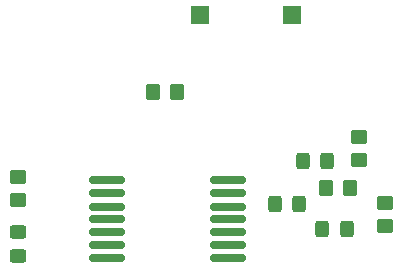
<source format=gbr>
%TF.GenerationSoftware,KiCad,Pcbnew,(6.0.4)*%
%TF.CreationDate,2022-07-09T16:45:45-05:00*%
%TF.ProjectId,BC805_nRF52_DK_shield_v002,42433830-355f-46e5-9246-35325f444b5f,rev?*%
%TF.SameCoordinates,Original*%
%TF.FileFunction,Paste,Top*%
%TF.FilePolarity,Positive*%
%FSLAX46Y46*%
G04 Gerber Fmt 4.6, Leading zero omitted, Abs format (unit mm)*
G04 Created by KiCad (PCBNEW (6.0.4)) date 2022-07-09 16:45:45*
%MOMM*%
%LPD*%
G01*
G04 APERTURE LIST*
G04 Aperture macros list*
%AMRoundRect*
0 Rectangle with rounded corners*
0 $1 Rounding radius*
0 $2 $3 $4 $5 $6 $7 $8 $9 X,Y pos of 4 corners*
0 Add a 4 corners polygon primitive as box body*
4,1,4,$2,$3,$4,$5,$6,$7,$8,$9,$2,$3,0*
0 Add four circle primitives for the rounded corners*
1,1,$1+$1,$2,$3*
1,1,$1+$1,$4,$5*
1,1,$1+$1,$6,$7*
1,1,$1+$1,$8,$9*
0 Add four rect primitives between the rounded corners*
20,1,$1+$1,$2,$3,$4,$5,0*
20,1,$1+$1,$4,$5,$6,$7,0*
20,1,$1+$1,$6,$7,$8,$9,0*
20,1,$1+$1,$8,$9,$2,$3,0*%
G04 Aperture macros list end*
%ADD10RoundRect,0.250000X-0.350000X-0.450000X0.350000X-0.450000X0.350000X0.450000X-0.350000X0.450000X0*%
%ADD11RoundRect,0.250000X0.325000X0.450000X-0.325000X0.450000X-0.325000X-0.450000X0.325000X-0.450000X0*%
%ADD12RoundRect,0.250000X0.350000X0.450000X-0.350000X0.450000X-0.350000X-0.450000X0.350000X-0.450000X0*%
%ADD13R,1.500000X1.500000*%
%ADD14RoundRect,0.250000X-0.450000X0.325000X-0.450000X-0.325000X0.450000X-0.325000X0.450000X0.325000X0*%
%ADD15RoundRect,0.175000X1.325000X0.175000X-1.325000X0.175000X-1.325000X-0.175000X1.325000X-0.175000X0*%
%ADD16RoundRect,0.250000X0.450000X-0.350000X0.450000X0.350000X-0.450000X0.350000X-0.450000X-0.350000X0*%
%ADD17RoundRect,0.250000X-0.450000X0.350000X-0.450000X-0.350000X0.450000X-0.350000X0.450000X0.350000X0*%
G04 APERTURE END LIST*
D10*
%TO.C,R1*%
X139271600Y-66635000D03*
X141271600Y-66635000D03*
%TD*%
D11*
%TO.C,D2*%
X155654100Y-78235000D03*
X153604100Y-78235000D03*
%TD*%
%TO.C,D1*%
X154014100Y-72475000D03*
X151964100Y-72475000D03*
%TD*%
D12*
%TO.C,R4*%
X155911600Y-74785000D03*
X153911600Y-74785000D03*
%TD*%
D13*
%TO.C,SW1*%
X151021600Y-60095000D03*
X143221600Y-60095000D03*
%TD*%
D14*
%TO.C,D4*%
X127811600Y-78442500D03*
X127811600Y-80492500D03*
%TD*%
D15*
%TO.C,U2*%
X145597600Y-80717000D03*
X145597600Y-79617000D03*
X145597600Y-78517000D03*
X145597600Y-77417000D03*
X145623595Y-76340938D03*
X145623595Y-75217000D03*
X145623595Y-74117000D03*
X135397600Y-74117000D03*
X135397600Y-75217000D03*
X135397600Y-76340938D03*
X135371605Y-77417000D03*
X135371605Y-78517000D03*
X135371605Y-79617000D03*
X135371605Y-80717000D03*
%TD*%
D11*
%TO.C,D3*%
X151606600Y-76075000D03*
X149556600Y-76075000D03*
%TD*%
D16*
%TO.C,R5*%
X127811600Y-75795000D03*
X127811600Y-73795000D03*
%TD*%
D17*
%TO.C,R2*%
X158861600Y-75985000D03*
X158861600Y-77985000D03*
%TD*%
%TO.C,R3*%
X156661600Y-70415000D03*
X156661600Y-72415000D03*
%TD*%
M02*

</source>
